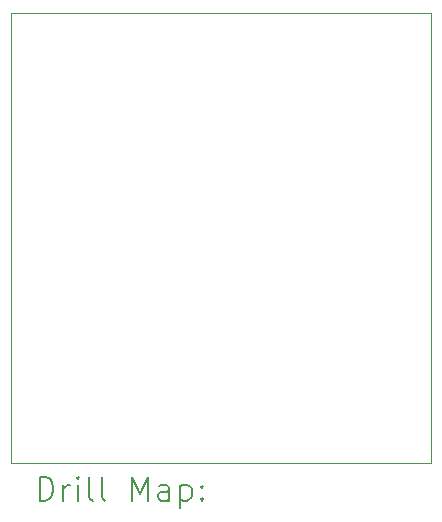
<source format=gbr>
%TF.GenerationSoftware,KiCad,Pcbnew,7.0.2*%
%TF.CreationDate,2023-06-02T21:02:48+10:00*%
%TF.ProjectId,potentiometer-carrier-board,706f7465-6e74-4696-9f6d-657465722d63,rev?*%
%TF.SameCoordinates,Original*%
%TF.FileFunction,Drillmap*%
%TF.FilePolarity,Positive*%
%FSLAX45Y45*%
G04 Gerber Fmt 4.5, Leading zero omitted, Abs format (unit mm)*
G04 Created by KiCad (PCBNEW 7.0.2) date 2023-06-02 21:02:48*
%MOMM*%
%LPD*%
G01*
G04 APERTURE LIST*
%ADD10C,0.100000*%
%ADD11C,0.200000*%
G04 APERTURE END LIST*
D10*
X4572000Y-4318000D02*
X8128000Y-4318000D01*
X8128000Y-8128000D01*
X4572000Y-8128000D01*
X4572000Y-4318000D01*
D11*
X4814619Y-8445524D02*
X4814619Y-8245524D01*
X4814619Y-8245524D02*
X4862238Y-8245524D01*
X4862238Y-8245524D02*
X4890810Y-8255048D01*
X4890810Y-8255048D02*
X4909857Y-8274095D01*
X4909857Y-8274095D02*
X4919381Y-8293143D01*
X4919381Y-8293143D02*
X4928905Y-8331238D01*
X4928905Y-8331238D02*
X4928905Y-8359809D01*
X4928905Y-8359809D02*
X4919381Y-8397905D01*
X4919381Y-8397905D02*
X4909857Y-8416952D01*
X4909857Y-8416952D02*
X4890810Y-8436000D01*
X4890810Y-8436000D02*
X4862238Y-8445524D01*
X4862238Y-8445524D02*
X4814619Y-8445524D01*
X5014619Y-8445524D02*
X5014619Y-8312190D01*
X5014619Y-8350286D02*
X5024143Y-8331238D01*
X5024143Y-8331238D02*
X5033667Y-8321714D01*
X5033667Y-8321714D02*
X5052714Y-8312190D01*
X5052714Y-8312190D02*
X5071762Y-8312190D01*
X5138429Y-8445524D02*
X5138429Y-8312190D01*
X5138429Y-8245524D02*
X5128905Y-8255048D01*
X5128905Y-8255048D02*
X5138429Y-8264571D01*
X5138429Y-8264571D02*
X5147952Y-8255048D01*
X5147952Y-8255048D02*
X5138429Y-8245524D01*
X5138429Y-8245524D02*
X5138429Y-8264571D01*
X5262238Y-8445524D02*
X5243190Y-8436000D01*
X5243190Y-8436000D02*
X5233667Y-8416952D01*
X5233667Y-8416952D02*
X5233667Y-8245524D01*
X5367000Y-8445524D02*
X5347952Y-8436000D01*
X5347952Y-8436000D02*
X5338429Y-8416952D01*
X5338429Y-8416952D02*
X5338429Y-8245524D01*
X5595571Y-8445524D02*
X5595571Y-8245524D01*
X5595571Y-8245524D02*
X5662238Y-8388381D01*
X5662238Y-8388381D02*
X5728905Y-8245524D01*
X5728905Y-8245524D02*
X5728905Y-8445524D01*
X5909857Y-8445524D02*
X5909857Y-8340762D01*
X5909857Y-8340762D02*
X5900333Y-8321714D01*
X5900333Y-8321714D02*
X5881286Y-8312190D01*
X5881286Y-8312190D02*
X5843190Y-8312190D01*
X5843190Y-8312190D02*
X5824143Y-8321714D01*
X5909857Y-8436000D02*
X5890809Y-8445524D01*
X5890809Y-8445524D02*
X5843190Y-8445524D01*
X5843190Y-8445524D02*
X5824143Y-8436000D01*
X5824143Y-8436000D02*
X5814619Y-8416952D01*
X5814619Y-8416952D02*
X5814619Y-8397905D01*
X5814619Y-8397905D02*
X5824143Y-8378857D01*
X5824143Y-8378857D02*
X5843190Y-8369333D01*
X5843190Y-8369333D02*
X5890809Y-8369333D01*
X5890809Y-8369333D02*
X5909857Y-8359809D01*
X6005095Y-8312190D02*
X6005095Y-8512190D01*
X6005095Y-8321714D02*
X6024143Y-8312190D01*
X6024143Y-8312190D02*
X6062238Y-8312190D01*
X6062238Y-8312190D02*
X6081286Y-8321714D01*
X6081286Y-8321714D02*
X6090809Y-8331238D01*
X6090809Y-8331238D02*
X6100333Y-8350286D01*
X6100333Y-8350286D02*
X6100333Y-8407429D01*
X6100333Y-8407429D02*
X6090809Y-8426476D01*
X6090809Y-8426476D02*
X6081286Y-8436000D01*
X6081286Y-8436000D02*
X6062238Y-8445524D01*
X6062238Y-8445524D02*
X6024143Y-8445524D01*
X6024143Y-8445524D02*
X6005095Y-8436000D01*
X6186048Y-8426476D02*
X6195571Y-8436000D01*
X6195571Y-8436000D02*
X6186048Y-8445524D01*
X6186048Y-8445524D02*
X6176524Y-8436000D01*
X6176524Y-8436000D02*
X6186048Y-8426476D01*
X6186048Y-8426476D02*
X6186048Y-8445524D01*
X6186048Y-8321714D02*
X6195571Y-8331238D01*
X6195571Y-8331238D02*
X6186048Y-8340762D01*
X6186048Y-8340762D02*
X6176524Y-8331238D01*
X6176524Y-8331238D02*
X6186048Y-8321714D01*
X6186048Y-8321714D02*
X6186048Y-8340762D01*
M02*

</source>
